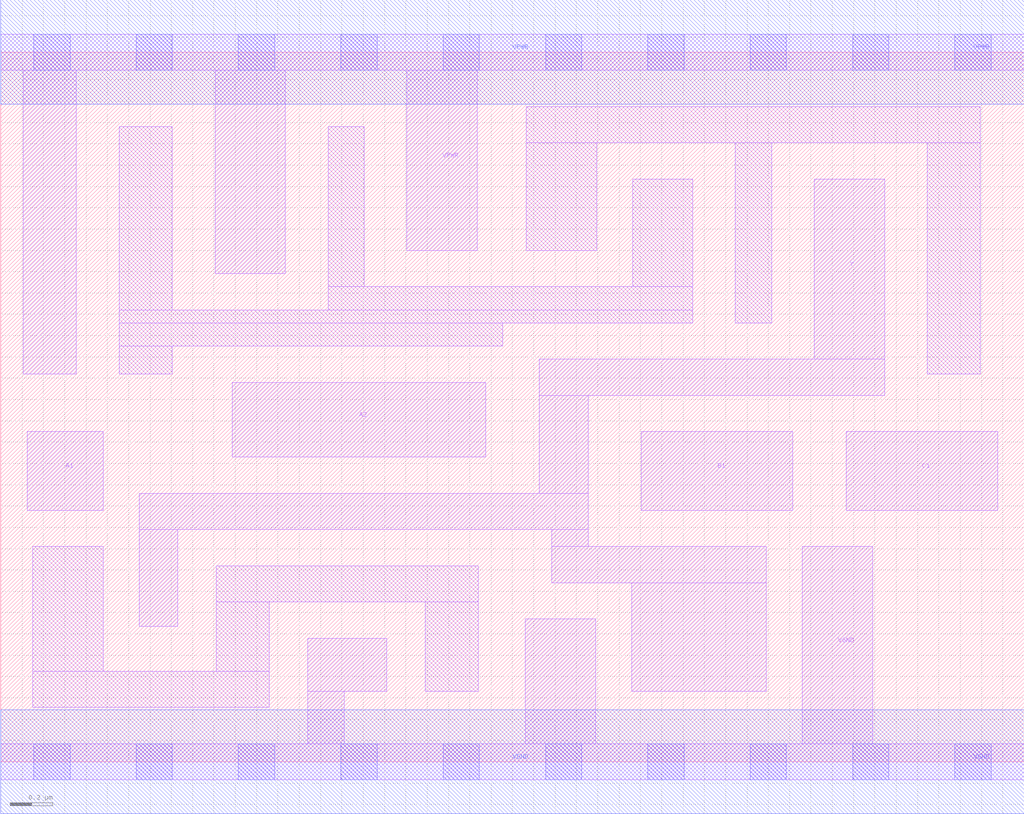
<source format=lef>
# Copyright 2020 The SkyWater PDK Authors
#
# Licensed under the Apache License, Version 2.0 (the "License");
# you may not use this file except in compliance with the License.
# You may obtain a copy of the License at
#
#     https://www.apache.org/licenses/LICENSE-2.0
#
# Unless required by applicable law or agreed to in writing, software
# distributed under the License is distributed on an "AS IS" BASIS,
# WITHOUT WARRANTIES OR CONDITIONS OF ANY KIND, either express or implied.
# See the License for the specific language governing permissions and
# limitations under the License.
#
# SPDX-License-Identifier: Apache-2.0

VERSION 5.7 ;
  NAMESCASESENSITIVE ON ;
  NOWIREEXTENSIONATPIN ON ;
  DIVIDERCHAR "/" ;
  BUSBITCHARS "[]" ;
UNITS
  DATABASE MICRONS 200 ;
END UNITS
MACRO sky130_fd_sc_hs__a211oi_2
  CLASS CORE ;
  SOURCE USER ;
  FOREIGN sky130_fd_sc_hs__a211oi_2 ;
  ORIGIN  0.000000  0.000000 ;
  SIZE  4.800000 BY  3.330000 ;
  SYMMETRY X Y ;
  SITE unit ;
  PIN A1
    ANTENNAGATEAREA  0.558000 ;
    DIRECTION INPUT ;
    USE SIGNAL ;
    PORT
      LAYER li1 ;
        RECT 0.125000 1.180000 0.480000 1.550000 ;
    END
  END A1
  PIN A2
    ANTENNAGATEAREA  0.558000 ;
    DIRECTION INPUT ;
    USE SIGNAL ;
    PORT
      LAYER li1 ;
        RECT 1.085000 1.430000 2.275000 1.780000 ;
    END
  END A2
  PIN B1
    ANTENNAGATEAREA  0.447000 ;
    DIRECTION INPUT ;
    USE SIGNAL ;
    PORT
      LAYER li1 ;
        RECT 3.005000 1.180000 3.715000 1.550000 ;
    END
  END B1
  PIN C1
    ANTENNAGATEAREA  0.447000 ;
    DIRECTION INPUT ;
    USE SIGNAL ;
    PORT
      LAYER li1 ;
        RECT 3.965000 1.180000 4.675000 1.550000 ;
    END
  END C1
  PIN Y
    ANTENNADIFFAREA  1.076000 ;
    DIRECTION OUTPUT ;
    USE SIGNAL ;
    PORT
      LAYER li1 ;
        RECT 0.650000 0.635000 0.830000 1.090000 ;
        RECT 0.650000 1.090000 2.755000 1.260000 ;
        RECT 2.525000 1.260000 2.755000 1.720000 ;
        RECT 2.525000 1.720000 4.145000 1.890000 ;
        RECT 2.585000 0.840000 3.590000 1.010000 ;
        RECT 2.585000 1.010000 2.755000 1.090000 ;
        RECT 2.960000 0.330000 3.590000 0.840000 ;
        RECT 3.815000 1.890000 4.145000 2.735000 ;
    END
  END Y
  PIN VGND
    DIRECTION INOUT ;
    USE GROUND ;
    PORT
      LAYER li1 ;
        RECT 0.000000 -0.085000 4.800000 0.085000 ;
        RECT 1.440000  0.085000 1.610000 0.330000 ;
        RECT 1.440000  0.330000 1.810000 0.580000 ;
        RECT 2.460000  0.085000 2.790000 0.670000 ;
        RECT 3.760000  0.085000 4.090000 1.010000 ;
      LAYER mcon ;
        RECT 0.155000 -0.085000 0.325000 0.085000 ;
        RECT 0.635000 -0.085000 0.805000 0.085000 ;
        RECT 1.115000 -0.085000 1.285000 0.085000 ;
        RECT 1.595000 -0.085000 1.765000 0.085000 ;
        RECT 2.075000 -0.085000 2.245000 0.085000 ;
        RECT 2.555000 -0.085000 2.725000 0.085000 ;
        RECT 3.035000 -0.085000 3.205000 0.085000 ;
        RECT 3.515000 -0.085000 3.685000 0.085000 ;
        RECT 3.995000 -0.085000 4.165000 0.085000 ;
        RECT 4.475000 -0.085000 4.645000 0.085000 ;
      LAYER met1 ;
        RECT 0.000000 -0.245000 4.800000 0.245000 ;
    END
  END VGND
  PIN VPWR
    DIRECTION INOUT ;
    USE POWER ;
    PORT
      LAYER li1 ;
        RECT 0.000000 3.245000 4.800000 3.415000 ;
        RECT 0.105000 1.820000 0.355000 3.245000 ;
        RECT 1.005000 2.290000 1.335000 3.245000 ;
        RECT 1.905000 2.400000 2.235000 3.245000 ;
      LAYER mcon ;
        RECT 0.155000 3.245000 0.325000 3.415000 ;
        RECT 0.635000 3.245000 0.805000 3.415000 ;
        RECT 1.115000 3.245000 1.285000 3.415000 ;
        RECT 1.595000 3.245000 1.765000 3.415000 ;
        RECT 2.075000 3.245000 2.245000 3.415000 ;
        RECT 2.555000 3.245000 2.725000 3.415000 ;
        RECT 3.035000 3.245000 3.205000 3.415000 ;
        RECT 3.515000 3.245000 3.685000 3.415000 ;
        RECT 3.995000 3.245000 4.165000 3.415000 ;
        RECT 4.475000 3.245000 4.645000 3.415000 ;
      LAYER met1 ;
        RECT 0.000000 3.085000 4.800000 3.575000 ;
    END
  END VPWR
  OBS
    LAYER li1 ;
      RECT 0.150000 0.255000 1.260000 0.425000 ;
      RECT 0.150000 0.425000 0.480000 1.010000 ;
      RECT 0.555000 1.820000 0.805000 1.950000 ;
      RECT 0.555000 1.950000 2.355000 2.060000 ;
      RECT 0.555000 2.060000 3.245000 2.120000 ;
      RECT 0.555000 2.120000 0.805000 2.980000 ;
      RECT 1.010000 0.425000 1.260000 0.750000 ;
      RECT 1.010000 0.750000 2.240000 0.920000 ;
      RECT 1.535000 2.120000 3.245000 2.230000 ;
      RECT 1.535000 2.230000 1.705000 2.980000 ;
      RECT 1.990000 0.330000 2.240000 0.750000 ;
      RECT 2.465000 2.400000 2.795000 2.905000 ;
      RECT 2.465000 2.905000 4.595000 3.075000 ;
      RECT 2.965000 2.230000 3.245000 2.735000 ;
      RECT 3.445000 2.060000 3.615000 2.905000 ;
      RECT 4.345000 1.820000 4.595000 2.905000 ;
  END
END sky130_fd_sc_hs__a211oi_2

</source>
